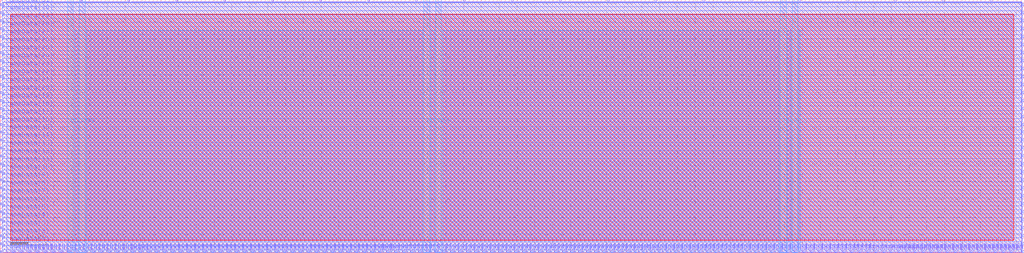
<source format=lef>
VERSION 5.7 ;
  NOWIREEXTENSIONATPIN ON ;
  DIVIDERCHAR "/" ;
  BUSBITCHARS "[]" ;
MACRO N_term_single
  CLASS BLOCK ;
  FOREIGN N_term_single ;
  ORIGIN 0.000 0.000 ;
  SIZE 287.280 BY 71.120 ;
  PIN Ci
    DIRECTION INPUT ;
    USE SIGNAL ;
    PORT
      LAYER Metal2 ;
        RECT 119.840 0.000 120.400 0.560 ;
    END
  END Ci
  PIN FrameData[0]
    DIRECTION INPUT ;
    USE SIGNAL ;
    ANTENNAGATEAREA 1.102000 ;
    PORT
      LAYER Metal3 ;
        RECT 0.000 0.000 0.560 0.560 ;
    END
  END FrameData[0]
  PIN FrameData[10]
    DIRECTION INPUT ;
    USE SIGNAL ;
    ANTENNAGATEAREA 1.102000 ;
    PORT
      LAYER Metal3 ;
        RECT 0.000 22.400 0.560 22.960 ;
    END
  END FrameData[10]
  PIN FrameData[11]
    DIRECTION INPUT ;
    USE SIGNAL ;
    ANTENNAGATEAREA 1.102000 ;
    PORT
      LAYER Metal3 ;
        RECT 0.000 24.640 0.560 25.200 ;
    END
  END FrameData[11]
  PIN FrameData[12]
    DIRECTION INPUT ;
    USE SIGNAL ;
    ANTENNAGATEAREA 1.102000 ;
    PORT
      LAYER Metal3 ;
        RECT 0.000 26.880 0.560 27.440 ;
    END
  END FrameData[12]
  PIN FrameData[13]
    DIRECTION INPUT ;
    USE SIGNAL ;
    ANTENNAGATEAREA 1.102000 ;
    PORT
      LAYER Metal3 ;
        RECT 0.000 29.120 0.560 29.680 ;
    END
  END FrameData[13]
  PIN FrameData[14]
    DIRECTION INPUT ;
    USE SIGNAL ;
    ANTENNAGATEAREA 1.102000 ;
    PORT
      LAYER Metal3 ;
        RECT 0.000 31.360 0.560 31.920 ;
    END
  END FrameData[14]
  PIN FrameData[15]
    DIRECTION INPUT ;
    USE SIGNAL ;
    ANTENNAGATEAREA 1.102000 ;
    PORT
      LAYER Metal3 ;
        RECT 0.000 33.600 0.560 34.160 ;
    END
  END FrameData[15]
  PIN FrameData[16]
    DIRECTION INPUT ;
    USE SIGNAL ;
    ANTENNAGATEAREA 1.102000 ;
    PORT
      LAYER Metal3 ;
        RECT 0.000 35.840 0.560 36.400 ;
    END
  END FrameData[16]
  PIN FrameData[17]
    DIRECTION INPUT ;
    USE SIGNAL ;
    ANTENNAGATEAREA 1.102000 ;
    PORT
      LAYER Metal3 ;
        RECT 0.000 38.080 0.560 38.640 ;
    END
  END FrameData[17]
  PIN FrameData[18]
    DIRECTION INPUT ;
    USE SIGNAL ;
    ANTENNAGATEAREA 1.102000 ;
    PORT
      LAYER Metal3 ;
        RECT 0.000 40.320 0.560 40.880 ;
    END
  END FrameData[18]
  PIN FrameData[19]
    DIRECTION INPUT ;
    USE SIGNAL ;
    ANTENNAGATEAREA 1.102000 ;
    PORT
      LAYER Metal3 ;
        RECT 0.000 42.560 0.560 43.120 ;
    END
  END FrameData[19]
  PIN FrameData[1]
    DIRECTION INPUT ;
    USE SIGNAL ;
    ANTENNAGATEAREA 1.102000 ;
    PORT
      LAYER Metal3 ;
        RECT 0.000 2.240 0.560 2.800 ;
    END
  END FrameData[1]
  PIN FrameData[20]
    DIRECTION INPUT ;
    USE SIGNAL ;
    ANTENNAGATEAREA 1.102000 ;
    PORT
      LAYER Metal3 ;
        RECT 0.000 44.800 0.560 45.360 ;
    END
  END FrameData[20]
  PIN FrameData[21]
    DIRECTION INPUT ;
    USE SIGNAL ;
    ANTENNAGATEAREA 1.102000 ;
    PORT
      LAYER Metal3 ;
        RECT 0.000 47.040 0.560 47.600 ;
    END
  END FrameData[21]
  PIN FrameData[22]
    DIRECTION INPUT ;
    USE SIGNAL ;
    ANTENNAGATEAREA 1.102000 ;
    PORT
      LAYER Metal3 ;
        RECT 0.000 49.280 0.560 49.840 ;
    END
  END FrameData[22]
  PIN FrameData[23]
    DIRECTION INPUT ;
    USE SIGNAL ;
    ANTENNAGATEAREA 1.102000 ;
    PORT
      LAYER Metal3 ;
        RECT 0.000 51.520 0.560 52.080 ;
    END
  END FrameData[23]
  PIN FrameData[24]
    DIRECTION INPUT ;
    USE SIGNAL ;
    ANTENNAGATEAREA 1.102000 ;
    PORT
      LAYER Metal3 ;
        RECT 0.000 53.760 0.560 54.320 ;
    END
  END FrameData[24]
  PIN FrameData[25]
    DIRECTION INPUT ;
    USE SIGNAL ;
    ANTENNAGATEAREA 1.102000 ;
    PORT
      LAYER Metal3 ;
        RECT 0.000 56.000 0.560 56.560 ;
    END
  END FrameData[25]
  PIN FrameData[26]
    DIRECTION INPUT ;
    USE SIGNAL ;
    ANTENNAGATEAREA 1.102000 ;
    PORT
      LAYER Metal3 ;
        RECT 0.000 58.240 0.560 58.800 ;
    END
  END FrameData[26]
  PIN FrameData[27]
    DIRECTION INPUT ;
    USE SIGNAL ;
    ANTENNAGATEAREA 1.102000 ;
    PORT
      LAYER Metal3 ;
        RECT 0.000 60.480 0.560 61.040 ;
    END
  END FrameData[27]
  PIN FrameData[28]
    DIRECTION INPUT ;
    USE SIGNAL ;
    ANTENNAGATEAREA 1.102000 ;
    PORT
      LAYER Metal3 ;
        RECT 0.000 62.720 0.560 63.280 ;
    END
  END FrameData[28]
  PIN FrameData[29]
    DIRECTION INPUT ;
    USE SIGNAL ;
    ANTENNAGATEAREA 1.102000 ;
    PORT
      LAYER Metal3 ;
        RECT 0.000 64.960 0.560 65.520 ;
    END
  END FrameData[29]
  PIN FrameData[2]
    DIRECTION INPUT ;
    USE SIGNAL ;
    ANTENNAGATEAREA 1.102000 ;
    PORT
      LAYER Metal3 ;
        RECT 0.000 4.480 0.560 5.040 ;
    END
  END FrameData[2]
  PIN FrameData[30]
    DIRECTION INPUT ;
    USE SIGNAL ;
    ANTENNAGATEAREA 1.102000 ;
    PORT
      LAYER Metal3 ;
        RECT 0.000 67.200 0.560 67.760 ;
    END
  END FrameData[30]
  PIN FrameData[31]
    DIRECTION INPUT ;
    USE SIGNAL ;
    ANTENNAGATEAREA 1.102000 ;
    PORT
      LAYER Metal3 ;
        RECT 0.000 69.440 0.560 70.000 ;
    END
  END FrameData[31]
  PIN FrameData[3]
    DIRECTION INPUT ;
    USE SIGNAL ;
    ANTENNAGATEAREA 1.102000 ;
    PORT
      LAYER Metal3 ;
        RECT 0.000 6.720 0.560 7.280 ;
    END
  END FrameData[3]
  PIN FrameData[4]
    DIRECTION INPUT ;
    USE SIGNAL ;
    ANTENNAGATEAREA 1.102000 ;
    PORT
      LAYER Metal3 ;
        RECT 0.000 8.960 0.560 9.520 ;
    END
  END FrameData[4]
  PIN FrameData[5]
    DIRECTION INPUT ;
    USE SIGNAL ;
    ANTENNAGATEAREA 1.102000 ;
    PORT
      LAYER Metal3 ;
        RECT 0.000 11.200 0.560 11.760 ;
    END
  END FrameData[5]
  PIN FrameData[6]
    DIRECTION INPUT ;
    USE SIGNAL ;
    ANTENNAGATEAREA 1.102000 ;
    PORT
      LAYER Metal3 ;
        RECT 0.000 13.440 0.560 14.000 ;
    END
  END FrameData[6]
  PIN FrameData[7]
    DIRECTION INPUT ;
    USE SIGNAL ;
    ANTENNAGATEAREA 1.102000 ;
    PORT
      LAYER Metal3 ;
        RECT 0.000 15.680 0.560 16.240 ;
    END
  END FrameData[7]
  PIN FrameData[8]
    DIRECTION INPUT ;
    USE SIGNAL ;
    ANTENNAGATEAREA 1.102000 ;
    PORT
      LAYER Metal3 ;
        RECT 0.000 17.920 0.560 18.480 ;
    END
  END FrameData[8]
  PIN FrameData[9]
    DIRECTION INPUT ;
    USE SIGNAL ;
    ANTENNAGATEAREA 1.102000 ;
    PORT
      LAYER Metal3 ;
        RECT 0.000 20.160 0.560 20.720 ;
    END
  END FrameData[9]
  PIN FrameData_O[0]
    DIRECTION OUTPUT ;
    USE SIGNAL ;
    ANTENNADIFFAREA 2.365600 ;
    PORT
      LAYER Metal3 ;
        RECT 286.720 0.000 287.280 0.560 ;
    END
  END FrameData_O[0]
  PIN FrameData_O[10]
    DIRECTION OUTPUT ;
    USE SIGNAL ;
    ANTENNADIFFAREA 2.365600 ;
    PORT
      LAYER Metal3 ;
        RECT 286.720 22.400 287.280 22.960 ;
    END
  END FrameData_O[10]
  PIN FrameData_O[11]
    DIRECTION OUTPUT ;
    USE SIGNAL ;
    ANTENNADIFFAREA 2.365600 ;
    PORT
      LAYER Metal3 ;
        RECT 286.720 24.640 287.280 25.200 ;
    END
  END FrameData_O[11]
  PIN FrameData_O[12]
    DIRECTION OUTPUT ;
    USE SIGNAL ;
    ANTENNADIFFAREA 2.365600 ;
    PORT
      LAYER Metal3 ;
        RECT 286.720 26.880 287.280 27.440 ;
    END
  END FrameData_O[12]
  PIN FrameData_O[13]
    DIRECTION OUTPUT ;
    USE SIGNAL ;
    ANTENNADIFFAREA 2.365600 ;
    PORT
      LAYER Metal3 ;
        RECT 286.720 29.120 287.280 29.680 ;
    END
  END FrameData_O[13]
  PIN FrameData_O[14]
    DIRECTION OUTPUT ;
    USE SIGNAL ;
    ANTENNADIFFAREA 2.365600 ;
    PORT
      LAYER Metal3 ;
        RECT 286.720 31.360 287.280 31.920 ;
    END
  END FrameData_O[14]
  PIN FrameData_O[15]
    DIRECTION OUTPUT ;
    USE SIGNAL ;
    ANTENNADIFFAREA 2.365600 ;
    PORT
      LAYER Metal3 ;
        RECT 286.720 33.600 287.280 34.160 ;
    END
  END FrameData_O[15]
  PIN FrameData_O[16]
    DIRECTION OUTPUT ;
    USE SIGNAL ;
    ANTENNADIFFAREA 2.365600 ;
    PORT
      LAYER Metal3 ;
        RECT 286.720 35.840 287.280 36.400 ;
    END
  END FrameData_O[16]
  PIN FrameData_O[17]
    DIRECTION OUTPUT ;
    USE SIGNAL ;
    ANTENNADIFFAREA 2.365600 ;
    PORT
      LAYER Metal3 ;
        RECT 286.720 38.080 287.280 38.640 ;
    END
  END FrameData_O[17]
  PIN FrameData_O[18]
    DIRECTION OUTPUT ;
    USE SIGNAL ;
    ANTENNADIFFAREA 2.365600 ;
    PORT
      LAYER Metal3 ;
        RECT 286.720 40.320 287.280 40.880 ;
    END
  END FrameData_O[18]
  PIN FrameData_O[19]
    DIRECTION OUTPUT ;
    USE SIGNAL ;
    ANTENNADIFFAREA 2.365600 ;
    PORT
      LAYER Metal3 ;
        RECT 286.720 42.560 287.280 43.120 ;
    END
  END FrameData_O[19]
  PIN FrameData_O[1]
    DIRECTION OUTPUT ;
    USE SIGNAL ;
    ANTENNADIFFAREA 2.365600 ;
    PORT
      LAYER Metal3 ;
        RECT 286.720 2.240 287.280 2.800 ;
    END
  END FrameData_O[1]
  PIN FrameData_O[20]
    DIRECTION OUTPUT ;
    USE SIGNAL ;
    ANTENNADIFFAREA 2.365600 ;
    PORT
      LAYER Metal3 ;
        RECT 286.720 44.800 287.280 45.360 ;
    END
  END FrameData_O[20]
  PIN FrameData_O[21]
    DIRECTION OUTPUT ;
    USE SIGNAL ;
    ANTENNADIFFAREA 2.365600 ;
    PORT
      LAYER Metal3 ;
        RECT 286.720 47.040 287.280 47.600 ;
    END
  END FrameData_O[21]
  PIN FrameData_O[22]
    DIRECTION OUTPUT ;
    USE SIGNAL ;
    ANTENNADIFFAREA 2.365600 ;
    PORT
      LAYER Metal3 ;
        RECT 286.720 49.280 287.280 49.840 ;
    END
  END FrameData_O[22]
  PIN FrameData_O[23]
    DIRECTION OUTPUT ;
    USE SIGNAL ;
    ANTENNADIFFAREA 2.365600 ;
    PORT
      LAYER Metal3 ;
        RECT 286.720 51.520 287.280 52.080 ;
    END
  END FrameData_O[23]
  PIN FrameData_O[24]
    DIRECTION OUTPUT ;
    USE SIGNAL ;
    ANTENNADIFFAREA 2.365600 ;
    PORT
      LAYER Metal3 ;
        RECT 286.720 53.760 287.280 54.320 ;
    END
  END FrameData_O[24]
  PIN FrameData_O[25]
    DIRECTION OUTPUT ;
    USE SIGNAL ;
    ANTENNADIFFAREA 2.365600 ;
    PORT
      LAYER Metal3 ;
        RECT 286.720 56.000 287.280 56.560 ;
    END
  END FrameData_O[25]
  PIN FrameData_O[26]
    DIRECTION OUTPUT ;
    USE SIGNAL ;
    ANTENNADIFFAREA 2.365600 ;
    PORT
      LAYER Metal3 ;
        RECT 286.720 58.240 287.280 58.800 ;
    END
  END FrameData_O[26]
  PIN FrameData_O[27]
    DIRECTION OUTPUT ;
    USE SIGNAL ;
    ANTENNADIFFAREA 2.365600 ;
    PORT
      LAYER Metal3 ;
        RECT 286.720 60.480 287.280 61.040 ;
    END
  END FrameData_O[27]
  PIN FrameData_O[28]
    DIRECTION OUTPUT ;
    USE SIGNAL ;
    ANTENNADIFFAREA 2.365600 ;
    PORT
      LAYER Metal3 ;
        RECT 286.720 62.720 287.280 63.280 ;
    END
  END FrameData_O[28]
  PIN FrameData_O[29]
    DIRECTION OUTPUT ;
    USE SIGNAL ;
    ANTENNADIFFAREA 2.365600 ;
    PORT
      LAYER Metal3 ;
        RECT 286.720 64.960 287.280 65.520 ;
    END
  END FrameData_O[29]
  PIN FrameData_O[2]
    DIRECTION OUTPUT ;
    USE SIGNAL ;
    ANTENNADIFFAREA 2.365600 ;
    PORT
      LAYER Metal3 ;
        RECT 286.720 4.480 287.280 5.040 ;
    END
  END FrameData_O[2]
  PIN FrameData_O[30]
    DIRECTION OUTPUT ;
    USE SIGNAL ;
    ANTENNADIFFAREA 2.365600 ;
    PORT
      LAYER Metal3 ;
        RECT 286.720 67.200 287.280 67.760 ;
    END
  END FrameData_O[30]
  PIN FrameData_O[31]
    DIRECTION OUTPUT ;
    USE SIGNAL ;
    ANTENNADIFFAREA 2.365600 ;
    PORT
      LAYER Metal3 ;
        RECT 286.720 69.440 287.280 70.000 ;
    END
  END FrameData_O[31]
  PIN FrameData_O[3]
    DIRECTION OUTPUT ;
    USE SIGNAL ;
    ANTENNADIFFAREA 2.365600 ;
    PORT
      LAYER Metal3 ;
        RECT 286.720 6.720 287.280 7.280 ;
    END
  END FrameData_O[3]
  PIN FrameData_O[4]
    DIRECTION OUTPUT ;
    USE SIGNAL ;
    ANTENNADIFFAREA 2.365600 ;
    PORT
      LAYER Metal3 ;
        RECT 286.720 8.960 287.280 9.520 ;
    END
  END FrameData_O[4]
  PIN FrameData_O[5]
    DIRECTION OUTPUT ;
    USE SIGNAL ;
    ANTENNADIFFAREA 2.365600 ;
    PORT
      LAYER Metal3 ;
        RECT 286.720 11.200 287.280 11.760 ;
    END
  END FrameData_O[5]
  PIN FrameData_O[6]
    DIRECTION OUTPUT ;
    USE SIGNAL ;
    ANTENNADIFFAREA 2.365600 ;
    PORT
      LAYER Metal3 ;
        RECT 286.720 13.440 287.280 14.000 ;
    END
  END FrameData_O[6]
  PIN FrameData_O[7]
    DIRECTION OUTPUT ;
    USE SIGNAL ;
    ANTENNADIFFAREA 2.365600 ;
    PORT
      LAYER Metal3 ;
        RECT 286.720 15.680 287.280 16.240 ;
    END
  END FrameData_O[7]
  PIN FrameData_O[8]
    DIRECTION OUTPUT ;
    USE SIGNAL ;
    ANTENNADIFFAREA 2.365600 ;
    PORT
      LAYER Metal3 ;
        RECT 286.720 17.920 287.280 18.480 ;
    END
  END FrameData_O[8]
  PIN FrameData_O[9]
    DIRECTION OUTPUT ;
    USE SIGNAL ;
    ANTENNADIFFAREA 2.365600 ;
    PORT
      LAYER Metal3 ;
        RECT 286.720 20.160 287.280 20.720 ;
    END
  END FrameData_O[9]
  PIN FrameStrobe[0]
    DIRECTION INPUT ;
    USE SIGNAL ;
    ANTENNAGATEAREA 1.102000 ;
    PORT
      LAYER Metal2 ;
        RECT 240.800 0.000 241.360 0.560 ;
    END
  END FrameStrobe[0]
  PIN FrameStrobe[10]
    DIRECTION INPUT ;
    USE SIGNAL ;
    ANTENNAGATEAREA 1.102000 ;
    PORT
      LAYER Metal2 ;
        RECT 263.200 0.000 263.760 0.560 ;
    END
  END FrameStrobe[10]
  PIN FrameStrobe[11]
    DIRECTION INPUT ;
    USE SIGNAL ;
    ANTENNAGATEAREA 1.102000 ;
    PORT
      LAYER Metal2 ;
        RECT 265.440 0.000 266.000 0.560 ;
    END
  END FrameStrobe[11]
  PIN FrameStrobe[12]
    DIRECTION INPUT ;
    USE SIGNAL ;
    ANTENNAGATEAREA 1.102000 ;
    PORT
      LAYER Metal2 ;
        RECT 267.680 0.000 268.240 0.560 ;
    END
  END FrameStrobe[12]
  PIN FrameStrobe[13]
    DIRECTION INPUT ;
    USE SIGNAL ;
    ANTENNAGATEAREA 1.102000 ;
    PORT
      LAYER Metal2 ;
        RECT 269.920 0.000 270.480 0.560 ;
    END
  END FrameStrobe[13]
  PIN FrameStrobe[14]
    DIRECTION INPUT ;
    USE SIGNAL ;
    ANTENNAGATEAREA 1.102000 ;
    PORT
      LAYER Metal2 ;
        RECT 272.160 0.000 272.720 0.560 ;
    END
  END FrameStrobe[14]
  PIN FrameStrobe[15]
    DIRECTION INPUT ;
    USE SIGNAL ;
    ANTENNAGATEAREA 1.102000 ;
    PORT
      LAYER Metal2 ;
        RECT 274.400 0.000 274.960 0.560 ;
    END
  END FrameStrobe[15]
  PIN FrameStrobe[16]
    DIRECTION INPUT ;
    USE SIGNAL ;
    ANTENNAGATEAREA 1.102000 ;
    PORT
      LAYER Metal2 ;
        RECT 276.640 0.000 277.200 0.560 ;
    END
  END FrameStrobe[16]
  PIN FrameStrobe[17]
    DIRECTION INPUT ;
    USE SIGNAL ;
    ANTENNAGATEAREA 1.102000 ;
    PORT
      LAYER Metal2 ;
        RECT 278.880 0.000 279.440 0.560 ;
    END
  END FrameStrobe[17]
  PIN FrameStrobe[18]
    DIRECTION INPUT ;
    USE SIGNAL ;
    ANTENNAGATEAREA 1.102000 ;
    PORT
      LAYER Metal2 ;
        RECT 281.120 0.000 281.680 0.560 ;
    END
  END FrameStrobe[18]
  PIN FrameStrobe[19]
    DIRECTION INPUT ;
    USE SIGNAL ;
    ANTENNAGATEAREA 1.102000 ;
    PORT
      LAYER Metal2 ;
        RECT 283.360 0.000 283.920 0.560 ;
    END
  END FrameStrobe[19]
  PIN FrameStrobe[1]
    DIRECTION INPUT ;
    USE SIGNAL ;
    ANTENNAGATEAREA 1.102000 ;
    PORT
      LAYER Metal2 ;
        RECT 243.040 0.000 243.600 0.560 ;
    END
  END FrameStrobe[1]
  PIN FrameStrobe[2]
    DIRECTION INPUT ;
    USE SIGNAL ;
    ANTENNAGATEAREA 1.102000 ;
    PORT
      LAYER Metal2 ;
        RECT 245.280 0.000 245.840 0.560 ;
    END
  END FrameStrobe[2]
  PIN FrameStrobe[3]
    DIRECTION INPUT ;
    USE SIGNAL ;
    ANTENNAGATEAREA 1.102000 ;
    PORT
      LAYER Metal2 ;
        RECT 247.520 0.000 248.080 0.560 ;
    END
  END FrameStrobe[3]
  PIN FrameStrobe[4]
    DIRECTION INPUT ;
    USE SIGNAL ;
    ANTENNAGATEAREA 1.102000 ;
    PORT
      LAYER Metal2 ;
        RECT 249.760 0.000 250.320 0.560 ;
    END
  END FrameStrobe[4]
  PIN FrameStrobe[5]
    DIRECTION INPUT ;
    USE SIGNAL ;
    ANTENNAGATEAREA 1.102000 ;
    PORT
      LAYER Metal2 ;
        RECT 252.000 0.000 252.560 0.560 ;
    END
  END FrameStrobe[5]
  PIN FrameStrobe[6]
    DIRECTION INPUT ;
    USE SIGNAL ;
    ANTENNAGATEAREA 1.102000 ;
    PORT
      LAYER Metal2 ;
        RECT 254.240 0.000 254.800 0.560 ;
    END
  END FrameStrobe[6]
  PIN FrameStrobe[7]
    DIRECTION INPUT ;
    USE SIGNAL ;
    ANTENNAGATEAREA 1.102000 ;
    PORT
      LAYER Metal2 ;
        RECT 256.480 0.000 257.040 0.560 ;
    END
  END FrameStrobe[7]
  PIN FrameStrobe[8]
    DIRECTION INPUT ;
    USE SIGNAL ;
    ANTENNAGATEAREA 1.102000 ;
    PORT
      LAYER Metal2 ;
        RECT 258.720 0.000 259.280 0.560 ;
    END
  END FrameStrobe[8]
  PIN FrameStrobe[9]
    DIRECTION INPUT ;
    USE SIGNAL ;
    ANTENNAGATEAREA 1.102000 ;
    PORT
      LAYER Metal2 ;
        RECT 260.960 0.000 261.520 0.560 ;
    END
  END FrameStrobe[9]
  PIN FrameStrobe_O[0]
    DIRECTION OUTPUT ;
    USE SIGNAL ;
    ANTENNADIFFAREA 2.365600 ;
    PORT
      LAYER Metal2 ;
        RECT 22.400 70.560 22.960 71.120 ;
    END
  END FrameStrobe_O[0]
  PIN FrameStrobe_O[10]
    DIRECTION OUTPUT ;
    USE SIGNAL ;
    ANTENNADIFFAREA 2.365600 ;
    PORT
      LAYER Metal2 ;
        RECT 156.800 70.560 157.360 71.120 ;
    END
  END FrameStrobe_O[10]
  PIN FrameStrobe_O[11]
    DIRECTION OUTPUT ;
    USE SIGNAL ;
    ANTENNADIFFAREA 2.365600 ;
    PORT
      LAYER Metal2 ;
        RECT 170.240 70.560 170.800 71.120 ;
    END
  END FrameStrobe_O[11]
  PIN FrameStrobe_O[12]
    DIRECTION OUTPUT ;
    USE SIGNAL ;
    ANTENNADIFFAREA 2.365600 ;
    PORT
      LAYER Metal2 ;
        RECT 183.680 70.560 184.240 71.120 ;
    END
  END FrameStrobe_O[12]
  PIN FrameStrobe_O[13]
    DIRECTION OUTPUT ;
    USE SIGNAL ;
    ANTENNADIFFAREA 2.365600 ;
    PORT
      LAYER Metal2 ;
        RECT 197.120 70.560 197.680 71.120 ;
    END
  END FrameStrobe_O[13]
  PIN FrameStrobe_O[14]
    DIRECTION OUTPUT ;
    USE SIGNAL ;
    ANTENNADIFFAREA 2.365600 ;
    PORT
      LAYER Metal2 ;
        RECT 210.560 70.560 211.120 71.120 ;
    END
  END FrameStrobe_O[14]
  PIN FrameStrobe_O[15]
    DIRECTION OUTPUT ;
    USE SIGNAL ;
    ANTENNADIFFAREA 2.365600 ;
    PORT
      LAYER Metal2 ;
        RECT 224.000 70.560 224.560 71.120 ;
    END
  END FrameStrobe_O[15]
  PIN FrameStrobe_O[16]
    DIRECTION OUTPUT ;
    USE SIGNAL ;
    ANTENNADIFFAREA 2.365600 ;
    PORT
      LAYER Metal2 ;
        RECT 237.440 70.560 238.000 71.120 ;
    END
  END FrameStrobe_O[16]
  PIN FrameStrobe_O[17]
    DIRECTION OUTPUT ;
    USE SIGNAL ;
    ANTENNADIFFAREA 2.365600 ;
    PORT
      LAYER Metal2 ;
        RECT 250.880 70.560 251.440 71.120 ;
    END
  END FrameStrobe_O[17]
  PIN FrameStrobe_O[18]
    DIRECTION OUTPUT ;
    USE SIGNAL ;
    ANTENNADIFFAREA 2.365600 ;
    PORT
      LAYER Metal2 ;
        RECT 264.320 70.560 264.880 71.120 ;
    END
  END FrameStrobe_O[18]
  PIN FrameStrobe_O[19]
    DIRECTION OUTPUT ;
    USE SIGNAL ;
    ANTENNADIFFAREA 2.365600 ;
    PORT
      LAYER Metal2 ;
        RECT 277.760 70.560 278.320 71.120 ;
    END
  END FrameStrobe_O[19]
  PIN FrameStrobe_O[1]
    DIRECTION OUTPUT ;
    USE SIGNAL ;
    ANTENNADIFFAREA 2.365600 ;
    PORT
      LAYER Metal2 ;
        RECT 35.840 70.560 36.400 71.120 ;
    END
  END FrameStrobe_O[1]
  PIN FrameStrobe_O[2]
    DIRECTION OUTPUT ;
    USE SIGNAL ;
    ANTENNADIFFAREA 2.365600 ;
    PORT
      LAYER Metal2 ;
        RECT 49.280 70.560 49.840 71.120 ;
    END
  END FrameStrobe_O[2]
  PIN FrameStrobe_O[3]
    DIRECTION OUTPUT ;
    USE SIGNAL ;
    ANTENNADIFFAREA 2.365600 ;
    PORT
      LAYER Metal2 ;
        RECT 62.720 70.560 63.280 71.120 ;
    END
  END FrameStrobe_O[3]
  PIN FrameStrobe_O[4]
    DIRECTION OUTPUT ;
    USE SIGNAL ;
    ANTENNADIFFAREA 2.365600 ;
    PORT
      LAYER Metal2 ;
        RECT 76.160 70.560 76.720 71.120 ;
    END
  END FrameStrobe_O[4]
  PIN FrameStrobe_O[5]
    DIRECTION OUTPUT ;
    USE SIGNAL ;
    ANTENNADIFFAREA 2.365600 ;
    PORT
      LAYER Metal2 ;
        RECT 89.600 70.560 90.160 71.120 ;
    END
  END FrameStrobe_O[5]
  PIN FrameStrobe_O[6]
    DIRECTION OUTPUT ;
    USE SIGNAL ;
    ANTENNADIFFAREA 2.365600 ;
    PORT
      LAYER Metal2 ;
        RECT 103.040 70.560 103.600 71.120 ;
    END
  END FrameStrobe_O[6]
  PIN FrameStrobe_O[7]
    DIRECTION OUTPUT ;
    USE SIGNAL ;
    ANTENNADIFFAREA 2.365600 ;
    PORT
      LAYER Metal2 ;
        RECT 116.480 70.560 117.040 71.120 ;
    END
  END FrameStrobe_O[7]
  PIN FrameStrobe_O[8]
    DIRECTION OUTPUT ;
    USE SIGNAL ;
    ANTENNADIFFAREA 2.365600 ;
    PORT
      LAYER Metal2 ;
        RECT 129.920 70.560 130.480 71.120 ;
    END
  END FrameStrobe_O[8]
  PIN FrameStrobe_O[9]
    DIRECTION OUTPUT ;
    USE SIGNAL ;
    ANTENNADIFFAREA 2.365600 ;
    PORT
      LAYER Metal2 ;
        RECT 143.360 70.560 143.920 71.120 ;
    END
  END FrameStrobe_O[9]
  PIN N1END[0]
    DIRECTION INPUT ;
    USE SIGNAL ;
    ANTENNAGATEAREA 1.102000 ;
    PORT
      LAYER Metal2 ;
        RECT 3.360 0.000 3.920 0.560 ;
    END
  END N1END[0]
  PIN N1END[1]
    DIRECTION INPUT ;
    USE SIGNAL ;
    ANTENNAGATEAREA 1.102000 ;
    PORT
      LAYER Metal2 ;
        RECT 5.600 0.000 6.160 0.560 ;
    END
  END N1END[1]
  PIN N1END[2]
    DIRECTION INPUT ;
    USE SIGNAL ;
    ANTENNAGATEAREA 1.102000 ;
    PORT
      LAYER Metal2 ;
        RECT 7.840 0.000 8.400 0.560 ;
    END
  END N1END[2]
  PIN N1END[3]
    DIRECTION INPUT ;
    USE SIGNAL ;
    ANTENNAGATEAREA 1.102000 ;
    PORT
      LAYER Metal2 ;
        RECT 10.080 0.000 10.640 0.560 ;
    END
  END N1END[3]
  PIN N2END[0]
    DIRECTION INPUT ;
    USE SIGNAL ;
    ANTENNAGATEAREA 1.102000 ;
    PORT
      LAYER Metal2 ;
        RECT 30.240 0.000 30.800 0.560 ;
    END
  END N2END[0]
  PIN N2END[1]
    DIRECTION INPUT ;
    USE SIGNAL ;
    ANTENNAGATEAREA 1.102000 ;
    PORT
      LAYER Metal2 ;
        RECT 32.480 0.000 33.040 0.560 ;
    END
  END N2END[1]
  PIN N2END[2]
    DIRECTION INPUT ;
    USE SIGNAL ;
    ANTENNAGATEAREA 1.102000 ;
    PORT
      LAYER Metal2 ;
        RECT 34.720 0.000 35.280 0.560 ;
    END
  END N2END[2]
  PIN N2END[3]
    DIRECTION INPUT ;
    USE SIGNAL ;
    ANTENNAGATEAREA 1.102000 ;
    PORT
      LAYER Metal2 ;
        RECT 36.960 0.000 37.520 0.560 ;
    END
  END N2END[3]
  PIN N2END[4]
    DIRECTION INPUT ;
    USE SIGNAL ;
    ANTENNAGATEAREA 1.102000 ;
    PORT
      LAYER Metal2 ;
        RECT 39.200 0.000 39.760 0.560 ;
    END
  END N2END[4]
  PIN N2END[5]
    DIRECTION INPUT ;
    USE SIGNAL ;
    ANTENNAGATEAREA 1.102000 ;
    PORT
      LAYER Metal2 ;
        RECT 41.440 0.000 42.000 0.560 ;
    END
  END N2END[5]
  PIN N2END[6]
    DIRECTION INPUT ;
    USE SIGNAL ;
    ANTENNAGATEAREA 1.102000 ;
    PORT
      LAYER Metal2 ;
        RECT 43.680 0.000 44.240 0.560 ;
    END
  END N2END[6]
  PIN N2END[7]
    DIRECTION INPUT ;
    USE SIGNAL ;
    ANTENNAGATEAREA 1.102000 ;
    PORT
      LAYER Metal2 ;
        RECT 45.920 0.000 46.480 0.560 ;
    END
  END N2END[7]
  PIN N2MID[0]
    DIRECTION INPUT ;
    USE SIGNAL ;
    ANTENNAGATEAREA 1.102000 ;
    PORT
      LAYER Metal2 ;
        RECT 12.320 0.000 12.880 0.560 ;
    END
  END N2MID[0]
  PIN N2MID[1]
    DIRECTION INPUT ;
    USE SIGNAL ;
    ANTENNAGATEAREA 1.102000 ;
    PORT
      LAYER Metal2 ;
        RECT 14.560 0.000 15.120 0.560 ;
    END
  END N2MID[1]
  PIN N2MID[2]
    DIRECTION INPUT ;
    USE SIGNAL ;
    ANTENNAGATEAREA 1.102000 ;
    PORT
      LAYER Metal2 ;
        RECT 16.800 0.000 17.360 0.560 ;
    END
  END N2MID[2]
  PIN N2MID[3]
    DIRECTION INPUT ;
    USE SIGNAL ;
    ANTENNAGATEAREA 1.102000 ;
    PORT
      LAYER Metal2 ;
        RECT 19.040 0.000 19.600 0.560 ;
    END
  END N2MID[3]
  PIN N2MID[4]
    DIRECTION INPUT ;
    USE SIGNAL ;
    ANTENNAGATEAREA 1.102000 ;
    PORT
      LAYER Metal2 ;
        RECT 21.280 0.000 21.840 0.560 ;
    END
  END N2MID[4]
  PIN N2MID[5]
    DIRECTION INPUT ;
    USE SIGNAL ;
    ANTENNAGATEAREA 1.102000 ;
    PORT
      LAYER Metal2 ;
        RECT 23.520 0.000 24.080 0.560 ;
    END
  END N2MID[5]
  PIN N2MID[6]
    DIRECTION INPUT ;
    USE SIGNAL ;
    ANTENNAGATEAREA 1.102000 ;
    PORT
      LAYER Metal2 ;
        RECT 25.760 0.000 26.320 0.560 ;
    END
  END N2MID[6]
  PIN N2MID[7]
    DIRECTION INPUT ;
    USE SIGNAL ;
    ANTENNAGATEAREA 1.102000 ;
    PORT
      LAYER Metal2 ;
        RECT 28.000 0.000 28.560 0.560 ;
    END
  END N2MID[7]
  PIN N4END[0]
    DIRECTION INPUT ;
    USE SIGNAL ;
    ANTENNAGATEAREA 1.102000 ;
    PORT
      LAYER Metal2 ;
        RECT 48.160 0.000 48.720 0.560 ;
    END
  END N4END[0]
  PIN N4END[10]
    DIRECTION INPUT ;
    USE SIGNAL ;
    ANTENNAGATEAREA 1.102000 ;
    PORT
      LAYER Metal2 ;
        RECT 70.560 0.000 71.120 0.560 ;
    END
  END N4END[10]
  PIN N4END[11]
    DIRECTION INPUT ;
    USE SIGNAL ;
    ANTENNAGATEAREA 1.102000 ;
    PORT
      LAYER Metal2 ;
        RECT 72.800 0.000 73.360 0.560 ;
    END
  END N4END[11]
  PIN N4END[12]
    DIRECTION INPUT ;
    USE SIGNAL ;
    ANTENNAGATEAREA 1.102000 ;
    PORT
      LAYER Metal2 ;
        RECT 75.040 0.000 75.600 0.560 ;
    END
  END N4END[12]
  PIN N4END[13]
    DIRECTION INPUT ;
    USE SIGNAL ;
    ANTENNAGATEAREA 1.102000 ;
    PORT
      LAYER Metal2 ;
        RECT 77.280 0.000 77.840 0.560 ;
    END
  END N4END[13]
  PIN N4END[14]
    DIRECTION INPUT ;
    USE SIGNAL ;
    ANTENNAGATEAREA 1.102000 ;
    PORT
      LAYER Metal2 ;
        RECT 79.520 0.000 80.080 0.560 ;
    END
  END N4END[14]
  PIN N4END[15]
    DIRECTION INPUT ;
    USE SIGNAL ;
    ANTENNAGATEAREA 1.102000 ;
    PORT
      LAYER Metal2 ;
        RECT 81.760 0.000 82.320 0.560 ;
    END
  END N4END[15]
  PIN N4END[1]
    DIRECTION INPUT ;
    USE SIGNAL ;
    ANTENNAGATEAREA 1.102000 ;
    PORT
      LAYER Metal2 ;
        RECT 50.400 0.000 50.960 0.560 ;
    END
  END N4END[1]
  PIN N4END[2]
    DIRECTION INPUT ;
    USE SIGNAL ;
    ANTENNAGATEAREA 1.102000 ;
    PORT
      LAYER Metal2 ;
        RECT 52.640 0.000 53.200 0.560 ;
    END
  END N4END[2]
  PIN N4END[3]
    DIRECTION INPUT ;
    USE SIGNAL ;
    ANTENNAGATEAREA 1.102000 ;
    PORT
      LAYER Metal2 ;
        RECT 54.880 0.000 55.440 0.560 ;
    END
  END N4END[3]
  PIN N4END[4]
    DIRECTION INPUT ;
    USE SIGNAL ;
    ANTENNAGATEAREA 1.102000 ;
    PORT
      LAYER Metal2 ;
        RECT 57.120 0.000 57.680 0.560 ;
    END
  END N4END[4]
  PIN N4END[5]
    DIRECTION INPUT ;
    USE SIGNAL ;
    ANTENNAGATEAREA 1.102000 ;
    PORT
      LAYER Metal2 ;
        RECT 59.360 0.000 59.920 0.560 ;
    END
  END N4END[5]
  PIN N4END[6]
    DIRECTION INPUT ;
    USE SIGNAL ;
    ANTENNAGATEAREA 1.102000 ;
    PORT
      LAYER Metal2 ;
        RECT 61.600 0.000 62.160 0.560 ;
    END
  END N4END[6]
  PIN N4END[7]
    DIRECTION INPUT ;
    USE SIGNAL ;
    ANTENNAGATEAREA 1.102000 ;
    PORT
      LAYER Metal2 ;
        RECT 63.840 0.000 64.400 0.560 ;
    END
  END N4END[7]
  PIN N4END[8]
    DIRECTION INPUT ;
    USE SIGNAL ;
    ANTENNAGATEAREA 1.102000 ;
    PORT
      LAYER Metal2 ;
        RECT 66.080 0.000 66.640 0.560 ;
    END
  END N4END[8]
  PIN N4END[9]
    DIRECTION INPUT ;
    USE SIGNAL ;
    ANTENNAGATEAREA 1.102000 ;
    PORT
      LAYER Metal2 ;
        RECT 68.320 0.000 68.880 0.560 ;
    END
  END N4END[9]
  PIN NN4END[0]
    DIRECTION INPUT ;
    USE SIGNAL ;
    ANTENNAGATEAREA 1.102000 ;
    PORT
      LAYER Metal2 ;
        RECT 84.000 0.000 84.560 0.560 ;
    END
  END NN4END[0]
  PIN NN4END[10]
    DIRECTION INPUT ;
    USE SIGNAL ;
    ANTENNAGATEAREA 1.102000 ;
    PORT
      LAYER Metal2 ;
        RECT 106.400 0.000 106.960 0.560 ;
    END
  END NN4END[10]
  PIN NN4END[11]
    DIRECTION INPUT ;
    USE SIGNAL ;
    ANTENNAGATEAREA 1.102000 ;
    PORT
      LAYER Metal2 ;
        RECT 108.640 0.000 109.200 0.560 ;
    END
  END NN4END[11]
  PIN NN4END[12]
    DIRECTION INPUT ;
    USE SIGNAL ;
    ANTENNAGATEAREA 1.102000 ;
    PORT
      LAYER Metal2 ;
        RECT 110.880 0.000 111.440 0.560 ;
    END
  END NN4END[12]
  PIN NN4END[13]
    DIRECTION INPUT ;
    USE SIGNAL ;
    ANTENNAGATEAREA 1.102000 ;
    PORT
      LAYER Metal2 ;
        RECT 113.120 0.000 113.680 0.560 ;
    END
  END NN4END[13]
  PIN NN4END[14]
    DIRECTION INPUT ;
    USE SIGNAL ;
    ANTENNAGATEAREA 1.102000 ;
    PORT
      LAYER Metal2 ;
        RECT 115.360 0.000 115.920 0.560 ;
    END
  END NN4END[14]
  PIN NN4END[15]
    DIRECTION INPUT ;
    USE SIGNAL ;
    ANTENNAGATEAREA 1.102000 ;
    PORT
      LAYER Metal2 ;
        RECT 117.600 0.000 118.160 0.560 ;
    END
  END NN4END[15]
  PIN NN4END[1]
    DIRECTION INPUT ;
    USE SIGNAL ;
    ANTENNAGATEAREA 1.102000 ;
    PORT
      LAYER Metal2 ;
        RECT 86.240 0.000 86.800 0.560 ;
    END
  END NN4END[1]
  PIN NN4END[2]
    DIRECTION INPUT ;
    USE SIGNAL ;
    ANTENNAGATEAREA 1.102000 ;
    PORT
      LAYER Metal2 ;
        RECT 88.480 0.000 89.040 0.560 ;
    END
  END NN4END[2]
  PIN NN4END[3]
    DIRECTION INPUT ;
    USE SIGNAL ;
    ANTENNAGATEAREA 1.102000 ;
    PORT
      LAYER Metal2 ;
        RECT 90.720 0.000 91.280 0.560 ;
    END
  END NN4END[3]
  PIN NN4END[4]
    DIRECTION INPUT ;
    USE SIGNAL ;
    ANTENNAGATEAREA 1.102000 ;
    PORT
      LAYER Metal2 ;
        RECT 92.960 0.000 93.520 0.560 ;
    END
  END NN4END[4]
  PIN NN4END[5]
    DIRECTION INPUT ;
    USE SIGNAL ;
    ANTENNAGATEAREA 1.102000 ;
    PORT
      LAYER Metal2 ;
        RECT 95.200 0.000 95.760 0.560 ;
    END
  END NN4END[5]
  PIN NN4END[6]
    DIRECTION INPUT ;
    USE SIGNAL ;
    ANTENNAGATEAREA 1.102000 ;
    PORT
      LAYER Metal2 ;
        RECT 97.440 0.000 98.000 0.560 ;
    END
  END NN4END[6]
  PIN NN4END[7]
    DIRECTION INPUT ;
    USE SIGNAL ;
    ANTENNAGATEAREA 1.102000 ;
    PORT
      LAYER Metal2 ;
        RECT 99.680 0.000 100.240 0.560 ;
    END
  END NN4END[7]
  PIN NN4END[8]
    DIRECTION INPUT ;
    USE SIGNAL ;
    ANTENNAGATEAREA 1.102000 ;
    PORT
      LAYER Metal2 ;
        RECT 101.920 0.000 102.480 0.560 ;
    END
  END NN4END[8]
  PIN NN4END[9]
    DIRECTION INPUT ;
    USE SIGNAL ;
    ANTENNAGATEAREA 1.102000 ;
    PORT
      LAYER Metal2 ;
        RECT 104.160 0.000 104.720 0.560 ;
    END
  END NN4END[9]
  PIN S1BEG[0]
    DIRECTION OUTPUT ;
    USE SIGNAL ;
    ANTENNADIFFAREA 2.365600 ;
    PORT
      LAYER Metal2 ;
        RECT 122.080 0.000 122.640 0.560 ;
    END
  END S1BEG[0]
  PIN S1BEG[1]
    DIRECTION OUTPUT ;
    USE SIGNAL ;
    ANTENNADIFFAREA 2.365600 ;
    PORT
      LAYER Metal2 ;
        RECT 124.320 0.000 124.880 0.560 ;
    END
  END S1BEG[1]
  PIN S1BEG[2]
    DIRECTION OUTPUT ;
    USE SIGNAL ;
    ANTENNADIFFAREA 2.365600 ;
    PORT
      LAYER Metal2 ;
        RECT 126.560 0.000 127.120 0.560 ;
    END
  END S1BEG[2]
  PIN S1BEG[3]
    DIRECTION OUTPUT ;
    USE SIGNAL ;
    ANTENNADIFFAREA 2.365600 ;
    PORT
      LAYER Metal2 ;
        RECT 128.800 0.000 129.360 0.560 ;
    END
  END S1BEG[3]
  PIN S2BEG[0]
    DIRECTION OUTPUT ;
    USE SIGNAL ;
    ANTENNADIFFAREA 2.365600 ;
    PORT
      LAYER Metal2 ;
        RECT 131.040 0.000 131.600 0.560 ;
    END
  END S2BEG[0]
  PIN S2BEG[1]
    DIRECTION OUTPUT ;
    USE SIGNAL ;
    ANTENNADIFFAREA 2.365600 ;
    PORT
      LAYER Metal2 ;
        RECT 133.280 0.000 133.840 0.560 ;
    END
  END S2BEG[1]
  PIN S2BEG[2]
    DIRECTION OUTPUT ;
    USE SIGNAL ;
    ANTENNADIFFAREA 2.365600 ;
    PORT
      LAYER Metal2 ;
        RECT 135.520 0.000 136.080 0.560 ;
    END
  END S2BEG[2]
  PIN S2BEG[3]
    DIRECTION OUTPUT ;
    USE SIGNAL ;
    ANTENNADIFFAREA 2.365600 ;
    PORT
      LAYER Metal2 ;
        RECT 137.760 0.000 138.320 0.560 ;
    END
  END S2BEG[3]
  PIN S2BEG[4]
    DIRECTION OUTPUT ;
    USE SIGNAL ;
    ANTENNADIFFAREA 2.365600 ;
    PORT
      LAYER Metal2 ;
        RECT 140.000 0.000 140.560 0.560 ;
    END
  END S2BEG[4]
  PIN S2BEG[5]
    DIRECTION OUTPUT ;
    USE SIGNAL ;
    ANTENNADIFFAREA 2.365600 ;
    PORT
      LAYER Metal2 ;
        RECT 142.240 0.000 142.800 0.560 ;
    END
  END S2BEG[5]
  PIN S2BEG[6]
    DIRECTION OUTPUT ;
    USE SIGNAL ;
    ANTENNADIFFAREA 2.365600 ;
    PORT
      LAYER Metal2 ;
        RECT 144.480 0.000 145.040 0.560 ;
    END
  END S2BEG[6]
  PIN S2BEG[7]
    DIRECTION OUTPUT ;
    USE SIGNAL ;
    ANTENNADIFFAREA 2.365600 ;
    PORT
      LAYER Metal2 ;
        RECT 146.720 0.000 147.280 0.560 ;
    END
  END S2BEG[7]
  PIN S2BEGb[0]
    DIRECTION OUTPUT ;
    USE SIGNAL ;
    ANTENNADIFFAREA 2.365600 ;
    PORT
      LAYER Metal2 ;
        RECT 148.960 0.000 149.520 0.560 ;
    END
  END S2BEGb[0]
  PIN S2BEGb[1]
    DIRECTION OUTPUT ;
    USE SIGNAL ;
    ANTENNADIFFAREA 2.365600 ;
    PORT
      LAYER Metal2 ;
        RECT 151.200 0.000 151.760 0.560 ;
    END
  END S2BEGb[1]
  PIN S2BEGb[2]
    DIRECTION OUTPUT ;
    USE SIGNAL ;
    ANTENNADIFFAREA 2.365600 ;
    PORT
      LAYER Metal2 ;
        RECT 153.440 0.000 154.000 0.560 ;
    END
  END S2BEGb[2]
  PIN S2BEGb[3]
    DIRECTION OUTPUT ;
    USE SIGNAL ;
    ANTENNADIFFAREA 2.365600 ;
    PORT
      LAYER Metal2 ;
        RECT 155.680 0.000 156.240 0.560 ;
    END
  END S2BEGb[3]
  PIN S2BEGb[4]
    DIRECTION OUTPUT ;
    USE SIGNAL ;
    ANTENNADIFFAREA 2.365600 ;
    PORT
      LAYER Metal2 ;
        RECT 157.920 0.000 158.480 0.560 ;
    END
  END S2BEGb[4]
  PIN S2BEGb[5]
    DIRECTION OUTPUT ;
    USE SIGNAL ;
    ANTENNADIFFAREA 2.365600 ;
    PORT
      LAYER Metal2 ;
        RECT 160.160 0.000 160.720 0.560 ;
    END
  END S2BEGb[5]
  PIN S2BEGb[6]
    DIRECTION OUTPUT ;
    USE SIGNAL ;
    ANTENNADIFFAREA 2.365600 ;
    PORT
      LAYER Metal2 ;
        RECT 162.400 0.000 162.960 0.560 ;
    END
  END S2BEGb[6]
  PIN S2BEGb[7]
    DIRECTION OUTPUT ;
    USE SIGNAL ;
    ANTENNADIFFAREA 2.365600 ;
    PORT
      LAYER Metal2 ;
        RECT 164.640 0.000 165.200 0.560 ;
    END
  END S2BEGb[7]
  PIN S4BEG[0]
    DIRECTION OUTPUT ;
    USE SIGNAL ;
    ANTENNADIFFAREA 2.365600 ;
    PORT
      LAYER Metal2 ;
        RECT 166.880 0.000 167.440 0.560 ;
    END
  END S4BEG[0]
  PIN S4BEG[10]
    DIRECTION OUTPUT ;
    USE SIGNAL ;
    ANTENNADIFFAREA 2.365600 ;
    PORT
      LAYER Metal2 ;
        RECT 189.280 0.000 189.840 0.560 ;
    END
  END S4BEG[10]
  PIN S4BEG[11]
    DIRECTION OUTPUT ;
    USE SIGNAL ;
    ANTENNADIFFAREA 2.365600 ;
    PORT
      LAYER Metal2 ;
        RECT 191.520 0.000 192.080 0.560 ;
    END
  END S4BEG[11]
  PIN S4BEG[12]
    DIRECTION OUTPUT ;
    USE SIGNAL ;
    ANTENNADIFFAREA 2.365600 ;
    PORT
      LAYER Metal2 ;
        RECT 193.760 0.000 194.320 0.560 ;
    END
  END S4BEG[12]
  PIN S4BEG[13]
    DIRECTION OUTPUT ;
    USE SIGNAL ;
    ANTENNADIFFAREA 2.365600 ;
    PORT
      LAYER Metal2 ;
        RECT 196.000 0.000 196.560 0.560 ;
    END
  END S4BEG[13]
  PIN S4BEG[14]
    DIRECTION OUTPUT ;
    USE SIGNAL ;
    ANTENNADIFFAREA 2.365600 ;
    PORT
      LAYER Metal2 ;
        RECT 198.240 0.000 198.800 0.560 ;
    END
  END S4BEG[14]
  PIN S4BEG[15]
    DIRECTION OUTPUT ;
    USE SIGNAL ;
    ANTENNADIFFAREA 2.365600 ;
    PORT
      LAYER Metal2 ;
        RECT 200.480 0.000 201.040 0.560 ;
    END
  END S4BEG[15]
  PIN S4BEG[1]
    DIRECTION OUTPUT ;
    USE SIGNAL ;
    ANTENNADIFFAREA 2.365600 ;
    PORT
      LAYER Metal2 ;
        RECT 169.120 0.000 169.680 0.560 ;
    END
  END S4BEG[1]
  PIN S4BEG[2]
    DIRECTION OUTPUT ;
    USE SIGNAL ;
    ANTENNADIFFAREA 2.365600 ;
    PORT
      LAYER Metal2 ;
        RECT 171.360 0.000 171.920 0.560 ;
    END
  END S4BEG[2]
  PIN S4BEG[3]
    DIRECTION OUTPUT ;
    USE SIGNAL ;
    ANTENNADIFFAREA 2.365600 ;
    PORT
      LAYER Metal2 ;
        RECT 173.600 0.000 174.160 0.560 ;
    END
  END S4BEG[3]
  PIN S4BEG[4]
    DIRECTION OUTPUT ;
    USE SIGNAL ;
    ANTENNADIFFAREA 2.365600 ;
    PORT
      LAYER Metal2 ;
        RECT 175.840 0.000 176.400 0.560 ;
    END
  END S4BEG[4]
  PIN S4BEG[5]
    DIRECTION OUTPUT ;
    USE SIGNAL ;
    ANTENNADIFFAREA 2.365600 ;
    PORT
      LAYER Metal2 ;
        RECT 178.080 0.000 178.640 0.560 ;
    END
  END S4BEG[5]
  PIN S4BEG[6]
    DIRECTION OUTPUT ;
    USE SIGNAL ;
    ANTENNADIFFAREA 2.365600 ;
    PORT
      LAYER Metal2 ;
        RECT 180.320 0.000 180.880 0.560 ;
    END
  END S4BEG[6]
  PIN S4BEG[7]
    DIRECTION OUTPUT ;
    USE SIGNAL ;
    ANTENNADIFFAREA 2.365600 ;
    PORT
      LAYER Metal2 ;
        RECT 182.560 0.000 183.120 0.560 ;
    END
  END S4BEG[7]
  PIN S4BEG[8]
    DIRECTION OUTPUT ;
    USE SIGNAL ;
    ANTENNADIFFAREA 2.365600 ;
    PORT
      LAYER Metal2 ;
        RECT 184.800 0.000 185.360 0.560 ;
    END
  END S4BEG[8]
  PIN S4BEG[9]
    DIRECTION OUTPUT ;
    USE SIGNAL ;
    ANTENNADIFFAREA 2.365600 ;
    PORT
      LAYER Metal2 ;
        RECT 187.040 0.000 187.600 0.560 ;
    END
  END S4BEG[9]
  PIN SS4BEG[0]
    DIRECTION OUTPUT ;
    USE SIGNAL ;
    ANTENNADIFFAREA 2.365600 ;
    PORT
      LAYER Metal2 ;
        RECT 202.720 0.000 203.280 0.560 ;
    END
  END SS4BEG[0]
  PIN SS4BEG[10]
    DIRECTION OUTPUT ;
    USE SIGNAL ;
    ANTENNADIFFAREA 2.365600 ;
    PORT
      LAYER Metal2 ;
        RECT 225.120 0.000 225.680 0.560 ;
    END
  END SS4BEG[10]
  PIN SS4BEG[11]
    DIRECTION OUTPUT ;
    USE SIGNAL ;
    ANTENNADIFFAREA 2.365600 ;
    PORT
      LAYER Metal2 ;
        RECT 227.360 0.000 227.920 0.560 ;
    END
  END SS4BEG[11]
  PIN SS4BEG[12]
    DIRECTION OUTPUT ;
    USE SIGNAL ;
    ANTENNADIFFAREA 2.365600 ;
    PORT
      LAYER Metal2 ;
        RECT 229.600 0.000 230.160 0.560 ;
    END
  END SS4BEG[12]
  PIN SS4BEG[13]
    DIRECTION OUTPUT ;
    USE SIGNAL ;
    ANTENNADIFFAREA 2.365600 ;
    PORT
      LAYER Metal2 ;
        RECT 231.840 0.000 232.400 0.560 ;
    END
  END SS4BEG[13]
  PIN SS4BEG[14]
    DIRECTION OUTPUT ;
    USE SIGNAL ;
    ANTENNADIFFAREA 2.365600 ;
    PORT
      LAYER Metal2 ;
        RECT 234.080 0.000 234.640 0.560 ;
    END
  END SS4BEG[14]
  PIN SS4BEG[15]
    DIRECTION OUTPUT ;
    USE SIGNAL ;
    ANTENNADIFFAREA 2.365600 ;
    PORT
      LAYER Metal2 ;
        RECT 236.320 0.000 236.880 0.560 ;
    END
  END SS4BEG[15]
  PIN SS4BEG[1]
    DIRECTION OUTPUT ;
    USE SIGNAL ;
    ANTENNADIFFAREA 2.365600 ;
    PORT
      LAYER Metal2 ;
        RECT 204.960 0.000 205.520 0.560 ;
    END
  END SS4BEG[1]
  PIN SS4BEG[2]
    DIRECTION OUTPUT ;
    USE SIGNAL ;
    ANTENNADIFFAREA 2.365600 ;
    PORT
      LAYER Metal2 ;
        RECT 207.200 0.000 207.760 0.560 ;
    END
  END SS4BEG[2]
  PIN SS4BEG[3]
    DIRECTION OUTPUT ;
    USE SIGNAL ;
    ANTENNADIFFAREA 2.365600 ;
    PORT
      LAYER Metal2 ;
        RECT 209.440 0.000 210.000 0.560 ;
    END
  END SS4BEG[3]
  PIN SS4BEG[4]
    DIRECTION OUTPUT ;
    USE SIGNAL ;
    ANTENNADIFFAREA 2.365600 ;
    PORT
      LAYER Metal2 ;
        RECT 211.680 0.000 212.240 0.560 ;
    END
  END SS4BEG[4]
  PIN SS4BEG[5]
    DIRECTION OUTPUT ;
    USE SIGNAL ;
    ANTENNADIFFAREA 2.365600 ;
    PORT
      LAYER Metal2 ;
        RECT 213.920 0.000 214.480 0.560 ;
    END
  END SS4BEG[5]
  PIN SS4BEG[6]
    DIRECTION OUTPUT ;
    USE SIGNAL ;
    ANTENNADIFFAREA 2.365600 ;
    PORT
      LAYER Metal2 ;
        RECT 216.160 0.000 216.720 0.560 ;
    END
  END SS4BEG[6]
  PIN SS4BEG[7]
    DIRECTION OUTPUT ;
    USE SIGNAL ;
    ANTENNADIFFAREA 2.365600 ;
    PORT
      LAYER Metal2 ;
        RECT 218.400 0.000 218.960 0.560 ;
    END
  END SS4BEG[7]
  PIN SS4BEG[8]
    DIRECTION OUTPUT ;
    USE SIGNAL ;
    ANTENNADIFFAREA 2.365600 ;
    PORT
      LAYER Metal2 ;
        RECT 220.640 0.000 221.200 0.560 ;
    END
  END SS4BEG[8]
  PIN SS4BEG[9]
    DIRECTION OUTPUT ;
    USE SIGNAL ;
    ANTENNADIFFAREA 2.365600 ;
    PORT
      LAYER Metal2 ;
        RECT 222.880 0.000 223.440 0.560 ;
    END
  END SS4BEG[9]
  PIN UserCLK
    DIRECTION INPUT ;
    USE SIGNAL ;
    ANTENNAGATEAREA 0.498500 ;
    PORT
      LAYER Metal2 ;
        RECT 238.560 0.000 239.120 0.560 ;
    END
  END UserCLK
  PIN UserCLKo
    DIRECTION OUTPUT ;
    USE SIGNAL ;
    ANTENNADIFFAREA 0.897600 ;
    PORT
      LAYER Metal2 ;
        RECT 8.960 70.560 9.520 71.120 ;
    END
  END UserCLKo
  PIN VDD
    DIRECTION INOUT ;
    USE POWER ;
    PORT
      LAYER Metal4 ;
        RECT 18.880 0.000 20.480 71.120 ;
    END
    PORT
      LAYER Metal4 ;
        RECT 118.880 0.000 120.480 71.120 ;
    END
    PORT
      LAYER Metal4 ;
        RECT 218.880 0.000 220.480 71.120 ;
    END
  END VDD
  PIN VSS
    DIRECTION INOUT ;
    USE GROUND ;
    PORT
      LAYER Metal4 ;
        RECT 22.180 0.000 23.780 71.120 ;
    END
    PORT
      LAYER Metal4 ;
        RECT 122.180 0.000 123.780 71.120 ;
    END
    PORT
      LAYER Metal4 ;
        RECT 222.180 0.000 223.780 71.120 ;
    END
  END VSS
  OBS
      LAYER Nwell ;
        RECT 2.930 3.490 284.350 67.070 ;
      LAYER Metal1 ;
        RECT 3.360 3.620 283.920 66.940 ;
      LAYER Metal2 ;
        RECT 1.820 70.260 8.660 70.560 ;
        RECT 9.820 70.260 22.100 70.560 ;
        RECT 23.260 70.260 35.540 70.560 ;
        RECT 36.700 70.260 48.980 70.560 ;
        RECT 50.140 70.260 62.420 70.560 ;
        RECT 63.580 70.260 75.860 70.560 ;
        RECT 77.020 70.260 89.300 70.560 ;
        RECT 90.460 70.260 102.740 70.560 ;
        RECT 103.900 70.260 116.180 70.560 ;
        RECT 117.340 70.260 129.620 70.560 ;
        RECT 130.780 70.260 143.060 70.560 ;
        RECT 144.220 70.260 156.500 70.560 ;
        RECT 157.660 70.260 169.940 70.560 ;
        RECT 171.100 70.260 183.380 70.560 ;
        RECT 184.540 70.260 196.820 70.560 ;
        RECT 197.980 70.260 210.260 70.560 ;
        RECT 211.420 70.260 223.700 70.560 ;
        RECT 224.860 70.260 237.140 70.560 ;
        RECT 238.300 70.260 250.580 70.560 ;
        RECT 251.740 70.260 264.020 70.560 ;
        RECT 265.180 70.260 277.460 70.560 ;
        RECT 278.620 70.260 286.580 70.560 ;
        RECT 1.820 0.860 286.580 70.260 ;
        RECT 1.820 0.090 3.060 0.860 ;
        RECT 4.220 0.090 5.300 0.860 ;
        RECT 6.460 0.090 7.540 0.860 ;
        RECT 8.700 0.090 9.780 0.860 ;
        RECT 10.940 0.090 12.020 0.860 ;
        RECT 13.180 0.090 14.260 0.860 ;
        RECT 15.420 0.090 16.500 0.860 ;
        RECT 17.660 0.090 18.740 0.860 ;
        RECT 19.900 0.090 20.980 0.860 ;
        RECT 22.140 0.090 23.220 0.860 ;
        RECT 24.380 0.090 25.460 0.860 ;
        RECT 26.620 0.090 27.700 0.860 ;
        RECT 28.860 0.090 29.940 0.860 ;
        RECT 31.100 0.090 32.180 0.860 ;
        RECT 33.340 0.090 34.420 0.860 ;
        RECT 35.580 0.090 36.660 0.860 ;
        RECT 37.820 0.090 38.900 0.860 ;
        RECT 40.060 0.090 41.140 0.860 ;
        RECT 42.300 0.090 43.380 0.860 ;
        RECT 44.540 0.090 45.620 0.860 ;
        RECT 46.780 0.090 47.860 0.860 ;
        RECT 49.020 0.090 50.100 0.860 ;
        RECT 51.260 0.090 52.340 0.860 ;
        RECT 53.500 0.090 54.580 0.860 ;
        RECT 55.740 0.090 56.820 0.860 ;
        RECT 57.980 0.090 59.060 0.860 ;
        RECT 60.220 0.090 61.300 0.860 ;
        RECT 62.460 0.090 63.540 0.860 ;
        RECT 64.700 0.090 65.780 0.860 ;
        RECT 66.940 0.090 68.020 0.860 ;
        RECT 69.180 0.090 70.260 0.860 ;
        RECT 71.420 0.090 72.500 0.860 ;
        RECT 73.660 0.090 74.740 0.860 ;
        RECT 75.900 0.090 76.980 0.860 ;
        RECT 78.140 0.090 79.220 0.860 ;
        RECT 80.380 0.090 81.460 0.860 ;
        RECT 82.620 0.090 83.700 0.860 ;
        RECT 84.860 0.090 85.940 0.860 ;
        RECT 87.100 0.090 88.180 0.860 ;
        RECT 89.340 0.090 90.420 0.860 ;
        RECT 91.580 0.090 92.660 0.860 ;
        RECT 93.820 0.090 94.900 0.860 ;
        RECT 96.060 0.090 97.140 0.860 ;
        RECT 98.300 0.090 99.380 0.860 ;
        RECT 100.540 0.090 101.620 0.860 ;
        RECT 102.780 0.090 103.860 0.860 ;
        RECT 105.020 0.090 106.100 0.860 ;
        RECT 107.260 0.090 108.340 0.860 ;
        RECT 109.500 0.090 110.580 0.860 ;
        RECT 111.740 0.090 112.820 0.860 ;
        RECT 113.980 0.090 115.060 0.860 ;
        RECT 116.220 0.090 117.300 0.860 ;
        RECT 118.460 0.090 119.540 0.860 ;
        RECT 120.700 0.090 121.780 0.860 ;
        RECT 122.940 0.090 124.020 0.860 ;
        RECT 125.180 0.090 126.260 0.860 ;
        RECT 127.420 0.090 128.500 0.860 ;
        RECT 129.660 0.090 130.740 0.860 ;
        RECT 131.900 0.090 132.980 0.860 ;
        RECT 134.140 0.090 135.220 0.860 ;
        RECT 136.380 0.090 137.460 0.860 ;
        RECT 138.620 0.090 139.700 0.860 ;
        RECT 140.860 0.090 141.940 0.860 ;
        RECT 143.100 0.090 144.180 0.860 ;
        RECT 145.340 0.090 146.420 0.860 ;
        RECT 147.580 0.090 148.660 0.860 ;
        RECT 149.820 0.090 150.900 0.860 ;
        RECT 152.060 0.090 153.140 0.860 ;
        RECT 154.300 0.090 155.380 0.860 ;
        RECT 156.540 0.090 157.620 0.860 ;
        RECT 158.780 0.090 159.860 0.860 ;
        RECT 161.020 0.090 162.100 0.860 ;
        RECT 163.260 0.090 164.340 0.860 ;
        RECT 165.500 0.090 166.580 0.860 ;
        RECT 167.740 0.090 168.820 0.860 ;
        RECT 169.980 0.090 171.060 0.860 ;
        RECT 172.220 0.090 173.300 0.860 ;
        RECT 174.460 0.090 175.540 0.860 ;
        RECT 176.700 0.090 177.780 0.860 ;
        RECT 178.940 0.090 180.020 0.860 ;
        RECT 181.180 0.090 182.260 0.860 ;
        RECT 183.420 0.090 184.500 0.860 ;
        RECT 185.660 0.090 186.740 0.860 ;
        RECT 187.900 0.090 188.980 0.860 ;
        RECT 190.140 0.090 191.220 0.860 ;
        RECT 192.380 0.090 193.460 0.860 ;
        RECT 194.620 0.090 195.700 0.860 ;
        RECT 196.860 0.090 197.940 0.860 ;
        RECT 199.100 0.090 200.180 0.860 ;
        RECT 201.340 0.090 202.420 0.860 ;
        RECT 203.580 0.090 204.660 0.860 ;
        RECT 205.820 0.090 206.900 0.860 ;
        RECT 208.060 0.090 209.140 0.860 ;
        RECT 210.300 0.090 211.380 0.860 ;
        RECT 212.540 0.090 213.620 0.860 ;
        RECT 214.780 0.090 215.860 0.860 ;
        RECT 217.020 0.090 218.100 0.860 ;
        RECT 219.260 0.090 220.340 0.860 ;
        RECT 221.500 0.090 222.580 0.860 ;
        RECT 223.740 0.090 224.820 0.860 ;
        RECT 225.980 0.090 227.060 0.860 ;
        RECT 228.220 0.090 229.300 0.860 ;
        RECT 230.460 0.090 231.540 0.860 ;
        RECT 232.700 0.090 233.780 0.860 ;
        RECT 234.940 0.090 236.020 0.860 ;
        RECT 237.180 0.090 238.260 0.860 ;
        RECT 239.420 0.090 240.500 0.860 ;
        RECT 241.660 0.090 242.740 0.860 ;
        RECT 243.900 0.090 244.980 0.860 ;
        RECT 246.140 0.090 247.220 0.860 ;
        RECT 248.380 0.090 249.460 0.860 ;
        RECT 250.620 0.090 251.700 0.860 ;
        RECT 252.860 0.090 253.940 0.860 ;
        RECT 255.100 0.090 256.180 0.860 ;
        RECT 257.340 0.090 258.420 0.860 ;
        RECT 259.580 0.090 260.660 0.860 ;
        RECT 261.820 0.090 262.900 0.860 ;
        RECT 264.060 0.090 265.140 0.860 ;
        RECT 266.300 0.090 267.380 0.860 ;
        RECT 268.540 0.090 269.620 0.860 ;
        RECT 270.780 0.090 271.860 0.860 ;
        RECT 273.020 0.090 274.100 0.860 ;
        RECT 275.260 0.090 276.340 0.860 ;
        RECT 277.500 0.090 278.580 0.860 ;
        RECT 279.740 0.090 280.820 0.860 ;
        RECT 281.980 0.090 283.060 0.860 ;
        RECT 284.220 0.090 286.580 0.860 ;
      LAYER Metal3 ;
        RECT 0.560 70.300 286.720 70.420 ;
        RECT 0.860 69.140 286.420 70.300 ;
        RECT 0.560 68.060 286.720 69.140 ;
        RECT 0.860 66.900 286.420 68.060 ;
        RECT 0.560 65.820 286.720 66.900 ;
        RECT 0.860 64.660 286.420 65.820 ;
        RECT 0.560 63.580 286.720 64.660 ;
        RECT 0.860 62.420 286.420 63.580 ;
        RECT 0.560 61.340 286.720 62.420 ;
        RECT 0.860 60.180 286.420 61.340 ;
        RECT 0.560 59.100 286.720 60.180 ;
        RECT 0.860 57.940 286.420 59.100 ;
        RECT 0.560 56.860 286.720 57.940 ;
        RECT 0.860 55.700 286.420 56.860 ;
        RECT 0.560 54.620 286.720 55.700 ;
        RECT 0.860 53.460 286.420 54.620 ;
        RECT 0.560 52.380 286.720 53.460 ;
        RECT 0.860 51.220 286.420 52.380 ;
        RECT 0.560 50.140 286.720 51.220 ;
        RECT 0.860 48.980 286.420 50.140 ;
        RECT 0.560 47.900 286.720 48.980 ;
        RECT 0.860 46.740 286.420 47.900 ;
        RECT 0.560 45.660 286.720 46.740 ;
        RECT 0.860 44.500 286.420 45.660 ;
        RECT 0.560 43.420 286.720 44.500 ;
        RECT 0.860 42.260 286.420 43.420 ;
        RECT 0.560 41.180 286.720 42.260 ;
        RECT 0.860 40.020 286.420 41.180 ;
        RECT 0.560 38.940 286.720 40.020 ;
        RECT 0.860 37.780 286.420 38.940 ;
        RECT 0.560 36.700 286.720 37.780 ;
        RECT 0.860 35.540 286.420 36.700 ;
        RECT 0.560 34.460 286.720 35.540 ;
        RECT 0.860 33.300 286.420 34.460 ;
        RECT 0.560 32.220 286.720 33.300 ;
        RECT 0.860 31.060 286.420 32.220 ;
        RECT 0.560 29.980 286.720 31.060 ;
        RECT 0.860 28.820 286.420 29.980 ;
        RECT 0.560 27.740 286.720 28.820 ;
        RECT 0.860 26.580 286.420 27.740 ;
        RECT 0.560 25.500 286.720 26.580 ;
        RECT 0.860 24.340 286.420 25.500 ;
        RECT 0.560 23.260 286.720 24.340 ;
        RECT 0.860 22.100 286.420 23.260 ;
        RECT 0.560 21.020 286.720 22.100 ;
        RECT 0.860 19.860 286.420 21.020 ;
        RECT 0.560 18.780 286.720 19.860 ;
        RECT 0.860 17.620 286.420 18.780 ;
        RECT 0.560 16.540 286.720 17.620 ;
        RECT 0.860 15.380 286.420 16.540 ;
        RECT 0.560 14.300 286.720 15.380 ;
        RECT 0.860 13.140 286.420 14.300 ;
        RECT 0.560 12.060 286.720 13.140 ;
        RECT 0.860 10.900 286.420 12.060 ;
        RECT 0.560 9.820 286.720 10.900 ;
        RECT 0.860 8.660 286.420 9.820 ;
        RECT 0.560 7.580 286.720 8.660 ;
        RECT 0.860 6.420 286.420 7.580 ;
        RECT 0.560 5.340 286.720 6.420 ;
        RECT 0.860 4.180 286.420 5.340 ;
        RECT 0.560 3.100 286.720 4.180 ;
        RECT 0.860 1.940 286.420 3.100 ;
        RECT 0.560 0.860 286.720 1.940 ;
        RECT 0.860 0.140 286.420 0.860 ;
      LAYER Metal4 ;
        RECT 20.860 0.090 21.880 62.630 ;
        RECT 24.080 0.090 118.580 62.630 ;
        RECT 120.780 0.090 121.880 62.630 ;
        RECT 124.080 0.090 218.580 62.630 ;
        RECT 220.780 0.090 221.880 62.630 ;
        RECT 224.080 0.090 224.420 62.630 ;
  END
END N_term_single
END LIBRARY


</source>
